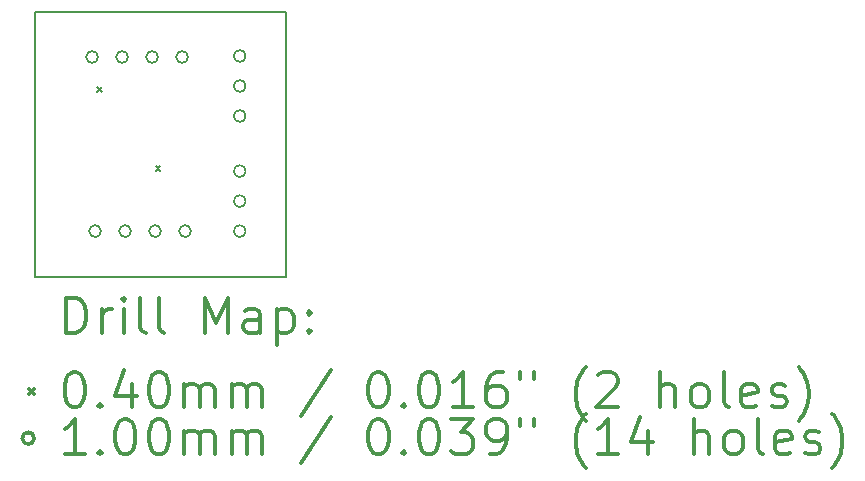
<source format=gbr>
%FSLAX45Y45*%
G04 Gerber Fmt 4.5, Leading zero omitted, Abs format (unit mm)*
G04 Created by KiCad (PCBNEW 4.0.7) date 2017 December 09, Saturday 06:39:19*
%MOMM*%
%LPD*%
G01*
G04 APERTURE LIST*
%ADD10C,0.127000*%
%ADD11C,0.150000*%
%ADD12C,0.200000*%
%ADD13C,0.300000*%
G04 APERTURE END LIST*
D10*
D11*
X12992100Y-11264900D02*
X12992100Y-9017000D01*
X15113000Y-11264900D02*
X12992100Y-11264900D01*
X15113000Y-9017000D02*
X15113000Y-11264900D01*
X12992100Y-9017000D02*
X15113000Y-9017000D01*
D12*
X13520000Y-9657500D02*
X13560000Y-9697500D01*
X13560000Y-9657500D02*
X13520000Y-9697500D01*
X14012500Y-10327500D02*
X14052500Y-10367500D01*
X14052500Y-10327500D02*
X14012500Y-10367500D01*
X13525000Y-9400000D02*
G75*
G03X13525000Y-9400000I-50000J0D01*
G01*
X13550000Y-10875000D02*
G75*
G03X13550000Y-10875000I-50000J0D01*
G01*
X13779000Y-9400000D02*
G75*
G03X13779000Y-9400000I-50000J0D01*
G01*
X13804000Y-10875000D02*
G75*
G03X13804000Y-10875000I-50000J0D01*
G01*
X14033000Y-9400000D02*
G75*
G03X14033000Y-9400000I-50000J0D01*
G01*
X14058000Y-10875000D02*
G75*
G03X14058000Y-10875000I-50000J0D01*
G01*
X14287000Y-9400000D02*
G75*
G03X14287000Y-9400000I-50000J0D01*
G01*
X14312000Y-10875000D02*
G75*
G03X14312000Y-10875000I-50000J0D01*
G01*
X14775000Y-9392000D02*
G75*
G03X14775000Y-9392000I-50000J0D01*
G01*
X14775000Y-9646000D02*
G75*
G03X14775000Y-9646000I-50000J0D01*
G01*
X14775000Y-9900000D02*
G75*
G03X14775000Y-9900000I-50000J0D01*
G01*
X14775000Y-10367000D02*
G75*
G03X14775000Y-10367000I-50000J0D01*
G01*
X14775000Y-10621000D02*
G75*
G03X14775000Y-10621000I-50000J0D01*
G01*
X14775000Y-10875000D02*
G75*
G03X14775000Y-10875000I-50000J0D01*
G01*
D13*
X13256028Y-11738114D02*
X13256028Y-11438114D01*
X13327457Y-11438114D01*
X13370314Y-11452400D01*
X13398886Y-11480971D01*
X13413171Y-11509543D01*
X13427457Y-11566686D01*
X13427457Y-11609543D01*
X13413171Y-11666686D01*
X13398886Y-11695257D01*
X13370314Y-11723829D01*
X13327457Y-11738114D01*
X13256028Y-11738114D01*
X13556028Y-11738114D02*
X13556028Y-11538114D01*
X13556028Y-11595257D02*
X13570314Y-11566686D01*
X13584600Y-11552400D01*
X13613171Y-11538114D01*
X13641743Y-11538114D01*
X13741743Y-11738114D02*
X13741743Y-11538114D01*
X13741743Y-11438114D02*
X13727457Y-11452400D01*
X13741743Y-11466686D01*
X13756028Y-11452400D01*
X13741743Y-11438114D01*
X13741743Y-11466686D01*
X13927457Y-11738114D02*
X13898886Y-11723829D01*
X13884600Y-11695257D01*
X13884600Y-11438114D01*
X14084600Y-11738114D02*
X14056028Y-11723829D01*
X14041743Y-11695257D01*
X14041743Y-11438114D01*
X14427457Y-11738114D02*
X14427457Y-11438114D01*
X14527457Y-11652400D01*
X14627457Y-11438114D01*
X14627457Y-11738114D01*
X14898886Y-11738114D02*
X14898886Y-11580971D01*
X14884600Y-11552400D01*
X14856028Y-11538114D01*
X14798886Y-11538114D01*
X14770314Y-11552400D01*
X14898886Y-11723829D02*
X14870314Y-11738114D01*
X14798886Y-11738114D01*
X14770314Y-11723829D01*
X14756028Y-11695257D01*
X14756028Y-11666686D01*
X14770314Y-11638114D01*
X14798886Y-11623829D01*
X14870314Y-11623829D01*
X14898886Y-11609543D01*
X15041743Y-11538114D02*
X15041743Y-11838114D01*
X15041743Y-11552400D02*
X15070314Y-11538114D01*
X15127457Y-11538114D01*
X15156028Y-11552400D01*
X15170314Y-11566686D01*
X15184600Y-11595257D01*
X15184600Y-11680971D01*
X15170314Y-11709543D01*
X15156028Y-11723829D01*
X15127457Y-11738114D01*
X15070314Y-11738114D01*
X15041743Y-11723829D01*
X15313171Y-11709543D02*
X15327457Y-11723829D01*
X15313171Y-11738114D01*
X15298886Y-11723829D01*
X15313171Y-11709543D01*
X15313171Y-11738114D01*
X15313171Y-11552400D02*
X15327457Y-11566686D01*
X15313171Y-11580971D01*
X15298886Y-11566686D01*
X15313171Y-11552400D01*
X15313171Y-11580971D01*
X12944600Y-12212400D02*
X12984600Y-12252400D01*
X12984600Y-12212400D02*
X12944600Y-12252400D01*
X13313171Y-12068114D02*
X13341743Y-12068114D01*
X13370314Y-12082400D01*
X13384600Y-12096686D01*
X13398886Y-12125257D01*
X13413171Y-12182400D01*
X13413171Y-12253829D01*
X13398886Y-12310971D01*
X13384600Y-12339543D01*
X13370314Y-12353829D01*
X13341743Y-12368114D01*
X13313171Y-12368114D01*
X13284600Y-12353829D01*
X13270314Y-12339543D01*
X13256028Y-12310971D01*
X13241743Y-12253829D01*
X13241743Y-12182400D01*
X13256028Y-12125257D01*
X13270314Y-12096686D01*
X13284600Y-12082400D01*
X13313171Y-12068114D01*
X13541743Y-12339543D02*
X13556028Y-12353829D01*
X13541743Y-12368114D01*
X13527457Y-12353829D01*
X13541743Y-12339543D01*
X13541743Y-12368114D01*
X13813171Y-12168114D02*
X13813171Y-12368114D01*
X13741743Y-12053829D02*
X13670314Y-12268114D01*
X13856028Y-12268114D01*
X14027457Y-12068114D02*
X14056028Y-12068114D01*
X14084600Y-12082400D01*
X14098886Y-12096686D01*
X14113171Y-12125257D01*
X14127457Y-12182400D01*
X14127457Y-12253829D01*
X14113171Y-12310971D01*
X14098886Y-12339543D01*
X14084600Y-12353829D01*
X14056028Y-12368114D01*
X14027457Y-12368114D01*
X13998886Y-12353829D01*
X13984600Y-12339543D01*
X13970314Y-12310971D01*
X13956028Y-12253829D01*
X13956028Y-12182400D01*
X13970314Y-12125257D01*
X13984600Y-12096686D01*
X13998886Y-12082400D01*
X14027457Y-12068114D01*
X14256028Y-12368114D02*
X14256028Y-12168114D01*
X14256028Y-12196686D02*
X14270314Y-12182400D01*
X14298886Y-12168114D01*
X14341743Y-12168114D01*
X14370314Y-12182400D01*
X14384600Y-12210971D01*
X14384600Y-12368114D01*
X14384600Y-12210971D02*
X14398886Y-12182400D01*
X14427457Y-12168114D01*
X14470314Y-12168114D01*
X14498886Y-12182400D01*
X14513171Y-12210971D01*
X14513171Y-12368114D01*
X14656028Y-12368114D02*
X14656028Y-12168114D01*
X14656028Y-12196686D02*
X14670314Y-12182400D01*
X14698886Y-12168114D01*
X14741743Y-12168114D01*
X14770314Y-12182400D01*
X14784600Y-12210971D01*
X14784600Y-12368114D01*
X14784600Y-12210971D02*
X14798886Y-12182400D01*
X14827457Y-12168114D01*
X14870314Y-12168114D01*
X14898886Y-12182400D01*
X14913171Y-12210971D01*
X14913171Y-12368114D01*
X15498886Y-12053829D02*
X15241743Y-12439543D01*
X15884600Y-12068114D02*
X15913171Y-12068114D01*
X15941743Y-12082400D01*
X15956028Y-12096686D01*
X15970314Y-12125257D01*
X15984600Y-12182400D01*
X15984600Y-12253829D01*
X15970314Y-12310971D01*
X15956028Y-12339543D01*
X15941743Y-12353829D01*
X15913171Y-12368114D01*
X15884600Y-12368114D01*
X15856028Y-12353829D01*
X15841743Y-12339543D01*
X15827457Y-12310971D01*
X15813171Y-12253829D01*
X15813171Y-12182400D01*
X15827457Y-12125257D01*
X15841743Y-12096686D01*
X15856028Y-12082400D01*
X15884600Y-12068114D01*
X16113171Y-12339543D02*
X16127457Y-12353829D01*
X16113171Y-12368114D01*
X16098886Y-12353829D01*
X16113171Y-12339543D01*
X16113171Y-12368114D01*
X16313171Y-12068114D02*
X16341743Y-12068114D01*
X16370314Y-12082400D01*
X16384600Y-12096686D01*
X16398885Y-12125257D01*
X16413171Y-12182400D01*
X16413171Y-12253829D01*
X16398885Y-12310971D01*
X16384600Y-12339543D01*
X16370314Y-12353829D01*
X16341743Y-12368114D01*
X16313171Y-12368114D01*
X16284600Y-12353829D01*
X16270314Y-12339543D01*
X16256028Y-12310971D01*
X16241743Y-12253829D01*
X16241743Y-12182400D01*
X16256028Y-12125257D01*
X16270314Y-12096686D01*
X16284600Y-12082400D01*
X16313171Y-12068114D01*
X16698885Y-12368114D02*
X16527457Y-12368114D01*
X16613171Y-12368114D02*
X16613171Y-12068114D01*
X16584600Y-12110971D01*
X16556028Y-12139543D01*
X16527457Y-12153829D01*
X16956028Y-12068114D02*
X16898886Y-12068114D01*
X16870314Y-12082400D01*
X16856028Y-12096686D01*
X16827457Y-12139543D01*
X16813171Y-12196686D01*
X16813171Y-12310971D01*
X16827457Y-12339543D01*
X16841743Y-12353829D01*
X16870314Y-12368114D01*
X16927457Y-12368114D01*
X16956028Y-12353829D01*
X16970314Y-12339543D01*
X16984600Y-12310971D01*
X16984600Y-12239543D01*
X16970314Y-12210971D01*
X16956028Y-12196686D01*
X16927457Y-12182400D01*
X16870314Y-12182400D01*
X16841743Y-12196686D01*
X16827457Y-12210971D01*
X16813171Y-12239543D01*
X17098886Y-12068114D02*
X17098886Y-12125257D01*
X17213171Y-12068114D02*
X17213171Y-12125257D01*
X17656028Y-12482400D02*
X17641743Y-12468114D01*
X17613171Y-12425257D01*
X17598886Y-12396686D01*
X17584600Y-12353829D01*
X17570314Y-12282400D01*
X17570314Y-12225257D01*
X17584600Y-12153829D01*
X17598886Y-12110971D01*
X17613171Y-12082400D01*
X17641743Y-12039543D01*
X17656028Y-12025257D01*
X17756028Y-12096686D02*
X17770314Y-12082400D01*
X17798886Y-12068114D01*
X17870314Y-12068114D01*
X17898886Y-12082400D01*
X17913171Y-12096686D01*
X17927457Y-12125257D01*
X17927457Y-12153829D01*
X17913171Y-12196686D01*
X17741743Y-12368114D01*
X17927457Y-12368114D01*
X18284600Y-12368114D02*
X18284600Y-12068114D01*
X18413171Y-12368114D02*
X18413171Y-12210971D01*
X18398886Y-12182400D01*
X18370314Y-12168114D01*
X18327457Y-12168114D01*
X18298886Y-12182400D01*
X18284600Y-12196686D01*
X18598886Y-12368114D02*
X18570314Y-12353829D01*
X18556028Y-12339543D01*
X18541743Y-12310971D01*
X18541743Y-12225257D01*
X18556028Y-12196686D01*
X18570314Y-12182400D01*
X18598886Y-12168114D01*
X18641743Y-12168114D01*
X18670314Y-12182400D01*
X18684600Y-12196686D01*
X18698886Y-12225257D01*
X18698886Y-12310971D01*
X18684600Y-12339543D01*
X18670314Y-12353829D01*
X18641743Y-12368114D01*
X18598886Y-12368114D01*
X18870314Y-12368114D02*
X18841743Y-12353829D01*
X18827457Y-12325257D01*
X18827457Y-12068114D01*
X19098886Y-12353829D02*
X19070314Y-12368114D01*
X19013171Y-12368114D01*
X18984600Y-12353829D01*
X18970314Y-12325257D01*
X18970314Y-12210971D01*
X18984600Y-12182400D01*
X19013171Y-12168114D01*
X19070314Y-12168114D01*
X19098886Y-12182400D01*
X19113171Y-12210971D01*
X19113171Y-12239543D01*
X18970314Y-12268114D01*
X19227457Y-12353829D02*
X19256029Y-12368114D01*
X19313171Y-12368114D01*
X19341743Y-12353829D01*
X19356029Y-12325257D01*
X19356029Y-12310971D01*
X19341743Y-12282400D01*
X19313171Y-12268114D01*
X19270314Y-12268114D01*
X19241743Y-12253829D01*
X19227457Y-12225257D01*
X19227457Y-12210971D01*
X19241743Y-12182400D01*
X19270314Y-12168114D01*
X19313171Y-12168114D01*
X19341743Y-12182400D01*
X19456028Y-12482400D02*
X19470314Y-12468114D01*
X19498886Y-12425257D01*
X19513171Y-12396686D01*
X19527457Y-12353829D01*
X19541743Y-12282400D01*
X19541743Y-12225257D01*
X19527457Y-12153829D01*
X19513171Y-12110971D01*
X19498886Y-12082400D01*
X19470314Y-12039543D01*
X19456028Y-12025257D01*
X12984600Y-12628400D02*
G75*
G03X12984600Y-12628400I-50000J0D01*
G01*
X13413171Y-12764114D02*
X13241743Y-12764114D01*
X13327457Y-12764114D02*
X13327457Y-12464114D01*
X13298886Y-12506971D01*
X13270314Y-12535543D01*
X13241743Y-12549829D01*
X13541743Y-12735543D02*
X13556028Y-12749829D01*
X13541743Y-12764114D01*
X13527457Y-12749829D01*
X13541743Y-12735543D01*
X13541743Y-12764114D01*
X13741743Y-12464114D02*
X13770314Y-12464114D01*
X13798886Y-12478400D01*
X13813171Y-12492686D01*
X13827457Y-12521257D01*
X13841743Y-12578400D01*
X13841743Y-12649829D01*
X13827457Y-12706971D01*
X13813171Y-12735543D01*
X13798886Y-12749829D01*
X13770314Y-12764114D01*
X13741743Y-12764114D01*
X13713171Y-12749829D01*
X13698886Y-12735543D01*
X13684600Y-12706971D01*
X13670314Y-12649829D01*
X13670314Y-12578400D01*
X13684600Y-12521257D01*
X13698886Y-12492686D01*
X13713171Y-12478400D01*
X13741743Y-12464114D01*
X14027457Y-12464114D02*
X14056028Y-12464114D01*
X14084600Y-12478400D01*
X14098886Y-12492686D01*
X14113171Y-12521257D01*
X14127457Y-12578400D01*
X14127457Y-12649829D01*
X14113171Y-12706971D01*
X14098886Y-12735543D01*
X14084600Y-12749829D01*
X14056028Y-12764114D01*
X14027457Y-12764114D01*
X13998886Y-12749829D01*
X13984600Y-12735543D01*
X13970314Y-12706971D01*
X13956028Y-12649829D01*
X13956028Y-12578400D01*
X13970314Y-12521257D01*
X13984600Y-12492686D01*
X13998886Y-12478400D01*
X14027457Y-12464114D01*
X14256028Y-12764114D02*
X14256028Y-12564114D01*
X14256028Y-12592686D02*
X14270314Y-12578400D01*
X14298886Y-12564114D01*
X14341743Y-12564114D01*
X14370314Y-12578400D01*
X14384600Y-12606971D01*
X14384600Y-12764114D01*
X14384600Y-12606971D02*
X14398886Y-12578400D01*
X14427457Y-12564114D01*
X14470314Y-12564114D01*
X14498886Y-12578400D01*
X14513171Y-12606971D01*
X14513171Y-12764114D01*
X14656028Y-12764114D02*
X14656028Y-12564114D01*
X14656028Y-12592686D02*
X14670314Y-12578400D01*
X14698886Y-12564114D01*
X14741743Y-12564114D01*
X14770314Y-12578400D01*
X14784600Y-12606971D01*
X14784600Y-12764114D01*
X14784600Y-12606971D02*
X14798886Y-12578400D01*
X14827457Y-12564114D01*
X14870314Y-12564114D01*
X14898886Y-12578400D01*
X14913171Y-12606971D01*
X14913171Y-12764114D01*
X15498886Y-12449829D02*
X15241743Y-12835543D01*
X15884600Y-12464114D02*
X15913171Y-12464114D01*
X15941743Y-12478400D01*
X15956028Y-12492686D01*
X15970314Y-12521257D01*
X15984600Y-12578400D01*
X15984600Y-12649829D01*
X15970314Y-12706971D01*
X15956028Y-12735543D01*
X15941743Y-12749829D01*
X15913171Y-12764114D01*
X15884600Y-12764114D01*
X15856028Y-12749829D01*
X15841743Y-12735543D01*
X15827457Y-12706971D01*
X15813171Y-12649829D01*
X15813171Y-12578400D01*
X15827457Y-12521257D01*
X15841743Y-12492686D01*
X15856028Y-12478400D01*
X15884600Y-12464114D01*
X16113171Y-12735543D02*
X16127457Y-12749829D01*
X16113171Y-12764114D01*
X16098886Y-12749829D01*
X16113171Y-12735543D01*
X16113171Y-12764114D01*
X16313171Y-12464114D02*
X16341743Y-12464114D01*
X16370314Y-12478400D01*
X16384600Y-12492686D01*
X16398885Y-12521257D01*
X16413171Y-12578400D01*
X16413171Y-12649829D01*
X16398885Y-12706971D01*
X16384600Y-12735543D01*
X16370314Y-12749829D01*
X16341743Y-12764114D01*
X16313171Y-12764114D01*
X16284600Y-12749829D01*
X16270314Y-12735543D01*
X16256028Y-12706971D01*
X16241743Y-12649829D01*
X16241743Y-12578400D01*
X16256028Y-12521257D01*
X16270314Y-12492686D01*
X16284600Y-12478400D01*
X16313171Y-12464114D01*
X16513171Y-12464114D02*
X16698885Y-12464114D01*
X16598885Y-12578400D01*
X16641743Y-12578400D01*
X16670314Y-12592686D01*
X16684600Y-12606971D01*
X16698885Y-12635543D01*
X16698885Y-12706971D01*
X16684600Y-12735543D01*
X16670314Y-12749829D01*
X16641743Y-12764114D01*
X16556028Y-12764114D01*
X16527457Y-12749829D01*
X16513171Y-12735543D01*
X16841743Y-12764114D02*
X16898886Y-12764114D01*
X16927457Y-12749829D01*
X16941743Y-12735543D01*
X16970314Y-12692686D01*
X16984600Y-12635543D01*
X16984600Y-12521257D01*
X16970314Y-12492686D01*
X16956028Y-12478400D01*
X16927457Y-12464114D01*
X16870314Y-12464114D01*
X16841743Y-12478400D01*
X16827457Y-12492686D01*
X16813171Y-12521257D01*
X16813171Y-12592686D01*
X16827457Y-12621257D01*
X16841743Y-12635543D01*
X16870314Y-12649829D01*
X16927457Y-12649829D01*
X16956028Y-12635543D01*
X16970314Y-12621257D01*
X16984600Y-12592686D01*
X17098886Y-12464114D02*
X17098886Y-12521257D01*
X17213171Y-12464114D02*
X17213171Y-12521257D01*
X17656028Y-12878400D02*
X17641743Y-12864114D01*
X17613171Y-12821257D01*
X17598886Y-12792686D01*
X17584600Y-12749829D01*
X17570314Y-12678400D01*
X17570314Y-12621257D01*
X17584600Y-12549829D01*
X17598886Y-12506971D01*
X17613171Y-12478400D01*
X17641743Y-12435543D01*
X17656028Y-12421257D01*
X17927457Y-12764114D02*
X17756028Y-12764114D01*
X17841743Y-12764114D02*
X17841743Y-12464114D01*
X17813171Y-12506971D01*
X17784600Y-12535543D01*
X17756028Y-12549829D01*
X18184600Y-12564114D02*
X18184600Y-12764114D01*
X18113171Y-12449829D02*
X18041743Y-12664114D01*
X18227457Y-12664114D01*
X18570314Y-12764114D02*
X18570314Y-12464114D01*
X18698886Y-12764114D02*
X18698886Y-12606971D01*
X18684600Y-12578400D01*
X18656028Y-12564114D01*
X18613171Y-12564114D01*
X18584600Y-12578400D01*
X18570314Y-12592686D01*
X18884600Y-12764114D02*
X18856028Y-12749829D01*
X18841743Y-12735543D01*
X18827457Y-12706971D01*
X18827457Y-12621257D01*
X18841743Y-12592686D01*
X18856028Y-12578400D01*
X18884600Y-12564114D01*
X18927457Y-12564114D01*
X18956028Y-12578400D01*
X18970314Y-12592686D01*
X18984600Y-12621257D01*
X18984600Y-12706971D01*
X18970314Y-12735543D01*
X18956028Y-12749829D01*
X18927457Y-12764114D01*
X18884600Y-12764114D01*
X19156028Y-12764114D02*
X19127457Y-12749829D01*
X19113171Y-12721257D01*
X19113171Y-12464114D01*
X19384600Y-12749829D02*
X19356029Y-12764114D01*
X19298886Y-12764114D01*
X19270314Y-12749829D01*
X19256029Y-12721257D01*
X19256029Y-12606971D01*
X19270314Y-12578400D01*
X19298886Y-12564114D01*
X19356029Y-12564114D01*
X19384600Y-12578400D01*
X19398886Y-12606971D01*
X19398886Y-12635543D01*
X19256029Y-12664114D01*
X19513171Y-12749829D02*
X19541743Y-12764114D01*
X19598886Y-12764114D01*
X19627457Y-12749829D01*
X19641743Y-12721257D01*
X19641743Y-12706971D01*
X19627457Y-12678400D01*
X19598886Y-12664114D01*
X19556029Y-12664114D01*
X19527457Y-12649829D01*
X19513171Y-12621257D01*
X19513171Y-12606971D01*
X19527457Y-12578400D01*
X19556029Y-12564114D01*
X19598886Y-12564114D01*
X19627457Y-12578400D01*
X19741743Y-12878400D02*
X19756029Y-12864114D01*
X19784600Y-12821257D01*
X19798886Y-12792686D01*
X19813171Y-12749829D01*
X19827457Y-12678400D01*
X19827457Y-12621257D01*
X19813171Y-12549829D01*
X19798886Y-12506971D01*
X19784600Y-12478400D01*
X19756029Y-12435543D01*
X19741743Y-12421257D01*
M02*

</source>
